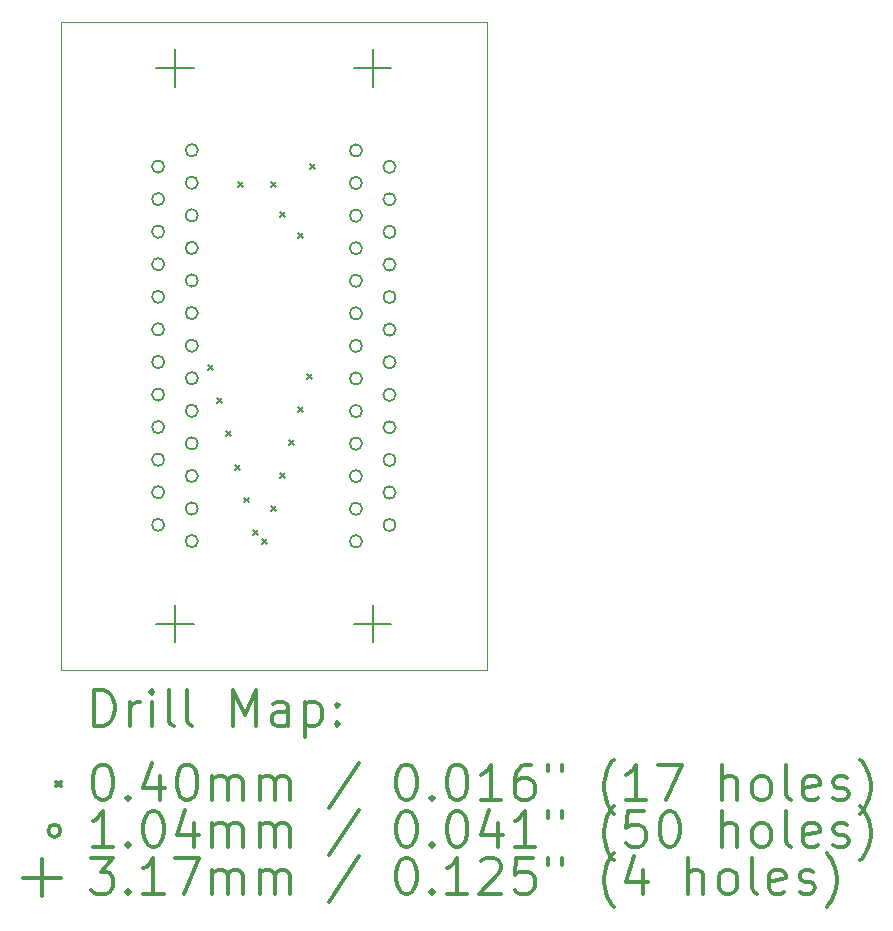
<source format=gbr>
%FSLAX45Y45*%
G04 Gerber Fmt 4.5, Leading zero omitted, Abs format (unit mm)*
G04 Created by KiCad (PCBNEW (5.1.6)-1) date 2022-02-09 07:42:02*
%MOMM*%
%LPD*%
G01*
G04 APERTURE LIST*
%TA.AperFunction,Profile*%
%ADD10C,0.050000*%
%TD*%
%ADD11C,0.200000*%
%ADD12C,0.300000*%
G04 APERTURE END LIST*
D10*
X10617200Y-12344400D02*
X10617200Y-6858000D01*
X14224000Y-12344400D02*
X10617200Y-12344400D01*
X14224000Y-6858000D02*
X14224000Y-12344400D01*
X10617200Y-6858000D02*
X14224000Y-6858000D01*
D11*
X11867200Y-9759000D02*
X11907200Y-9799000D01*
X11907200Y-9759000D02*
X11867200Y-9799000D01*
X11943400Y-10038400D02*
X11983400Y-10078400D01*
X11983400Y-10038400D02*
X11943400Y-10078400D01*
X12019600Y-10317800D02*
X12059600Y-10357800D01*
X12059600Y-10317800D02*
X12019600Y-10357800D01*
X12095800Y-10606576D02*
X12135800Y-10646576D01*
X12135800Y-10606576D02*
X12095800Y-10646576D01*
X12121200Y-8209600D02*
X12161200Y-8249600D01*
X12161200Y-8209600D02*
X12121200Y-8249600D01*
X12172000Y-10882376D02*
X12212000Y-10922376D01*
X12212000Y-10882376D02*
X12172000Y-10922376D01*
X12248200Y-11156000D02*
X12288200Y-11196000D01*
X12288200Y-11156000D02*
X12248200Y-11196000D01*
X12324400Y-11232200D02*
X12364400Y-11272200D01*
X12364400Y-11232200D02*
X12324400Y-11272200D01*
X12396900Y-10952800D02*
X12436900Y-10992800D01*
X12436900Y-10952800D02*
X12396900Y-10992800D01*
X12400600Y-8209600D02*
X12440600Y-8249600D01*
X12440600Y-8209600D02*
X12400600Y-8249600D01*
X12476800Y-8463600D02*
X12516800Y-8503600D01*
X12516800Y-8463600D02*
X12476800Y-8503600D01*
X12476800Y-10673400D02*
X12516800Y-10713400D01*
X12516800Y-10673400D02*
X12476800Y-10713400D01*
X12553000Y-10394000D02*
X12593000Y-10434000D01*
X12593000Y-10394000D02*
X12553000Y-10434000D01*
X12629200Y-8641400D02*
X12669200Y-8681400D01*
X12669200Y-8641400D02*
X12629200Y-8681400D01*
X12629200Y-10114600D02*
X12669200Y-10154600D01*
X12669200Y-10114600D02*
X12629200Y-10154600D01*
X12705400Y-9835200D02*
X12745400Y-9875200D01*
X12745400Y-9835200D02*
X12705400Y-9875200D01*
X12730800Y-8057200D02*
X12770800Y-8097200D01*
X12770800Y-8057200D02*
X12730800Y-8097200D01*
X11492758Y-8078976D02*
G75*
G03*
X11492758Y-8078976I-52050J0D01*
G01*
X11492758Y-8354776D02*
G75*
G03*
X11492758Y-8354776I-52050J0D01*
G01*
X11492758Y-8630576D02*
G75*
G03*
X11492758Y-8630576I-52050J0D01*
G01*
X11492758Y-8906376D02*
G75*
G03*
X11492758Y-8906376I-52050J0D01*
G01*
X11492758Y-9182176D02*
G75*
G03*
X11492758Y-9182176I-52050J0D01*
G01*
X11492758Y-9457976D02*
G75*
G03*
X11492758Y-9457976I-52050J0D01*
G01*
X11492758Y-9733776D02*
G75*
G03*
X11492758Y-9733776I-52050J0D01*
G01*
X11492758Y-10009576D02*
G75*
G03*
X11492758Y-10009576I-52050J0D01*
G01*
X11492758Y-10285376D02*
G75*
G03*
X11492758Y-10285376I-52050J0D01*
G01*
X11492758Y-10561176D02*
G75*
G03*
X11492758Y-10561176I-52050J0D01*
G01*
X11492758Y-10836976D02*
G75*
G03*
X11492758Y-10836976I-52050J0D01*
G01*
X11492758Y-11112776D02*
G75*
G03*
X11492758Y-11112776I-52050J0D01*
G01*
X11777258Y-7941076D02*
G75*
G03*
X11777258Y-7941076I-52050J0D01*
G01*
X11777258Y-8216876D02*
G75*
G03*
X11777258Y-8216876I-52050J0D01*
G01*
X11777258Y-8492676D02*
G75*
G03*
X11777258Y-8492676I-52050J0D01*
G01*
X11777258Y-8768476D02*
G75*
G03*
X11777258Y-8768476I-52050J0D01*
G01*
X11777258Y-9044276D02*
G75*
G03*
X11777258Y-9044276I-52050J0D01*
G01*
X11777258Y-9320076D02*
G75*
G03*
X11777258Y-9320076I-52050J0D01*
G01*
X11777258Y-9595876D02*
G75*
G03*
X11777258Y-9595876I-52050J0D01*
G01*
X11777258Y-9871676D02*
G75*
G03*
X11777258Y-9871676I-52050J0D01*
G01*
X11777258Y-10147476D02*
G75*
G03*
X11777258Y-10147476I-52050J0D01*
G01*
X11777258Y-10423276D02*
G75*
G03*
X11777258Y-10423276I-52050J0D01*
G01*
X11777258Y-10699076D02*
G75*
G03*
X11777258Y-10699076I-52050J0D01*
G01*
X11777258Y-10974876D02*
G75*
G03*
X11777258Y-10974876I-52050J0D01*
G01*
X11777258Y-11250676D02*
G75*
G03*
X11777258Y-11250676I-52050J0D01*
G01*
X13167280Y-7943068D02*
G75*
G03*
X13167280Y-7943068I-52050J0D01*
G01*
X13167280Y-8218868D02*
G75*
G03*
X13167280Y-8218868I-52050J0D01*
G01*
X13167280Y-8494668D02*
G75*
G03*
X13167280Y-8494668I-52050J0D01*
G01*
X13167280Y-8770468D02*
G75*
G03*
X13167280Y-8770468I-52050J0D01*
G01*
X13167280Y-9046268D02*
G75*
G03*
X13167280Y-9046268I-52050J0D01*
G01*
X13167280Y-9322068D02*
G75*
G03*
X13167280Y-9322068I-52050J0D01*
G01*
X13167280Y-9597868D02*
G75*
G03*
X13167280Y-9597868I-52050J0D01*
G01*
X13167280Y-9873668D02*
G75*
G03*
X13167280Y-9873668I-52050J0D01*
G01*
X13167280Y-10149468D02*
G75*
G03*
X13167280Y-10149468I-52050J0D01*
G01*
X13167280Y-10425268D02*
G75*
G03*
X13167280Y-10425268I-52050J0D01*
G01*
X13167280Y-10701068D02*
G75*
G03*
X13167280Y-10701068I-52050J0D01*
G01*
X13167280Y-10976868D02*
G75*
G03*
X13167280Y-10976868I-52050J0D01*
G01*
X13167280Y-11252668D02*
G75*
G03*
X13167280Y-11252668I-52050J0D01*
G01*
X13451780Y-8080968D02*
G75*
G03*
X13451780Y-8080968I-52050J0D01*
G01*
X13451780Y-8356768D02*
G75*
G03*
X13451780Y-8356768I-52050J0D01*
G01*
X13451780Y-8632568D02*
G75*
G03*
X13451780Y-8632568I-52050J0D01*
G01*
X13451780Y-8908368D02*
G75*
G03*
X13451780Y-8908368I-52050J0D01*
G01*
X13451780Y-9184168D02*
G75*
G03*
X13451780Y-9184168I-52050J0D01*
G01*
X13451780Y-9459968D02*
G75*
G03*
X13451780Y-9459968I-52050J0D01*
G01*
X13451780Y-9735768D02*
G75*
G03*
X13451780Y-9735768I-52050J0D01*
G01*
X13451780Y-10011568D02*
G75*
G03*
X13451780Y-10011568I-52050J0D01*
G01*
X13451780Y-10287368D02*
G75*
G03*
X13451780Y-10287368I-52050J0D01*
G01*
X13451780Y-10563168D02*
G75*
G03*
X13451780Y-10563168I-52050J0D01*
G01*
X13451780Y-10838968D02*
G75*
G03*
X13451780Y-10838968I-52050J0D01*
G01*
X13451780Y-11114768D02*
G75*
G03*
X13451780Y-11114768I-52050J0D01*
G01*
X11582908Y-7086326D02*
X11582908Y-7403826D01*
X11424158Y-7245076D02*
X11741658Y-7245076D01*
X11582908Y-11790426D02*
X11582908Y-12107926D01*
X11424158Y-11949176D02*
X11741658Y-11949176D01*
X13257530Y-7085818D02*
X13257530Y-7403318D01*
X13098780Y-7244568D02*
X13416280Y-7244568D01*
X13257530Y-11789918D02*
X13257530Y-12107418D01*
X13098780Y-11948668D02*
X13416280Y-11948668D01*
D12*
X10901128Y-12812614D02*
X10901128Y-12512614D01*
X10972557Y-12512614D01*
X11015414Y-12526900D01*
X11043986Y-12555471D01*
X11058271Y-12584043D01*
X11072557Y-12641186D01*
X11072557Y-12684043D01*
X11058271Y-12741186D01*
X11043986Y-12769757D01*
X11015414Y-12798329D01*
X10972557Y-12812614D01*
X10901128Y-12812614D01*
X11201128Y-12812614D02*
X11201128Y-12612614D01*
X11201128Y-12669757D02*
X11215414Y-12641186D01*
X11229700Y-12626900D01*
X11258271Y-12612614D01*
X11286843Y-12612614D01*
X11386843Y-12812614D02*
X11386843Y-12612614D01*
X11386843Y-12512614D02*
X11372557Y-12526900D01*
X11386843Y-12541186D01*
X11401128Y-12526900D01*
X11386843Y-12512614D01*
X11386843Y-12541186D01*
X11572557Y-12812614D02*
X11543986Y-12798329D01*
X11529700Y-12769757D01*
X11529700Y-12512614D01*
X11729700Y-12812614D02*
X11701128Y-12798329D01*
X11686843Y-12769757D01*
X11686843Y-12512614D01*
X12072557Y-12812614D02*
X12072557Y-12512614D01*
X12172557Y-12726900D01*
X12272557Y-12512614D01*
X12272557Y-12812614D01*
X12543986Y-12812614D02*
X12543986Y-12655471D01*
X12529700Y-12626900D01*
X12501128Y-12612614D01*
X12443986Y-12612614D01*
X12415414Y-12626900D01*
X12543986Y-12798329D02*
X12515414Y-12812614D01*
X12443986Y-12812614D01*
X12415414Y-12798329D01*
X12401128Y-12769757D01*
X12401128Y-12741186D01*
X12415414Y-12712614D01*
X12443986Y-12698329D01*
X12515414Y-12698329D01*
X12543986Y-12684043D01*
X12686843Y-12612614D02*
X12686843Y-12912614D01*
X12686843Y-12626900D02*
X12715414Y-12612614D01*
X12772557Y-12612614D01*
X12801128Y-12626900D01*
X12815414Y-12641186D01*
X12829700Y-12669757D01*
X12829700Y-12755471D01*
X12815414Y-12784043D01*
X12801128Y-12798329D01*
X12772557Y-12812614D01*
X12715414Y-12812614D01*
X12686843Y-12798329D01*
X12958271Y-12784043D02*
X12972557Y-12798329D01*
X12958271Y-12812614D01*
X12943986Y-12798329D01*
X12958271Y-12784043D01*
X12958271Y-12812614D01*
X12958271Y-12626900D02*
X12972557Y-12641186D01*
X12958271Y-12655471D01*
X12943986Y-12641186D01*
X12958271Y-12626900D01*
X12958271Y-12655471D01*
X10574700Y-13286900D02*
X10614700Y-13326900D01*
X10614700Y-13286900D02*
X10574700Y-13326900D01*
X10958271Y-13142614D02*
X10986843Y-13142614D01*
X11015414Y-13156900D01*
X11029700Y-13171186D01*
X11043986Y-13199757D01*
X11058271Y-13256900D01*
X11058271Y-13328329D01*
X11043986Y-13385471D01*
X11029700Y-13414043D01*
X11015414Y-13428329D01*
X10986843Y-13442614D01*
X10958271Y-13442614D01*
X10929700Y-13428329D01*
X10915414Y-13414043D01*
X10901128Y-13385471D01*
X10886843Y-13328329D01*
X10886843Y-13256900D01*
X10901128Y-13199757D01*
X10915414Y-13171186D01*
X10929700Y-13156900D01*
X10958271Y-13142614D01*
X11186843Y-13414043D02*
X11201128Y-13428329D01*
X11186843Y-13442614D01*
X11172557Y-13428329D01*
X11186843Y-13414043D01*
X11186843Y-13442614D01*
X11458271Y-13242614D02*
X11458271Y-13442614D01*
X11386843Y-13128329D02*
X11315414Y-13342614D01*
X11501128Y-13342614D01*
X11672557Y-13142614D02*
X11701128Y-13142614D01*
X11729700Y-13156900D01*
X11743986Y-13171186D01*
X11758271Y-13199757D01*
X11772557Y-13256900D01*
X11772557Y-13328329D01*
X11758271Y-13385471D01*
X11743986Y-13414043D01*
X11729700Y-13428329D01*
X11701128Y-13442614D01*
X11672557Y-13442614D01*
X11643986Y-13428329D01*
X11629700Y-13414043D01*
X11615414Y-13385471D01*
X11601128Y-13328329D01*
X11601128Y-13256900D01*
X11615414Y-13199757D01*
X11629700Y-13171186D01*
X11643986Y-13156900D01*
X11672557Y-13142614D01*
X11901128Y-13442614D02*
X11901128Y-13242614D01*
X11901128Y-13271186D02*
X11915414Y-13256900D01*
X11943986Y-13242614D01*
X11986843Y-13242614D01*
X12015414Y-13256900D01*
X12029700Y-13285471D01*
X12029700Y-13442614D01*
X12029700Y-13285471D02*
X12043986Y-13256900D01*
X12072557Y-13242614D01*
X12115414Y-13242614D01*
X12143986Y-13256900D01*
X12158271Y-13285471D01*
X12158271Y-13442614D01*
X12301128Y-13442614D02*
X12301128Y-13242614D01*
X12301128Y-13271186D02*
X12315414Y-13256900D01*
X12343986Y-13242614D01*
X12386843Y-13242614D01*
X12415414Y-13256900D01*
X12429700Y-13285471D01*
X12429700Y-13442614D01*
X12429700Y-13285471D02*
X12443986Y-13256900D01*
X12472557Y-13242614D01*
X12515414Y-13242614D01*
X12543986Y-13256900D01*
X12558271Y-13285471D01*
X12558271Y-13442614D01*
X13143986Y-13128329D02*
X12886843Y-13514043D01*
X13529700Y-13142614D02*
X13558271Y-13142614D01*
X13586843Y-13156900D01*
X13601128Y-13171186D01*
X13615414Y-13199757D01*
X13629700Y-13256900D01*
X13629700Y-13328329D01*
X13615414Y-13385471D01*
X13601128Y-13414043D01*
X13586843Y-13428329D01*
X13558271Y-13442614D01*
X13529700Y-13442614D01*
X13501128Y-13428329D01*
X13486843Y-13414043D01*
X13472557Y-13385471D01*
X13458271Y-13328329D01*
X13458271Y-13256900D01*
X13472557Y-13199757D01*
X13486843Y-13171186D01*
X13501128Y-13156900D01*
X13529700Y-13142614D01*
X13758271Y-13414043D02*
X13772557Y-13428329D01*
X13758271Y-13442614D01*
X13743986Y-13428329D01*
X13758271Y-13414043D01*
X13758271Y-13442614D01*
X13958271Y-13142614D02*
X13986843Y-13142614D01*
X14015414Y-13156900D01*
X14029700Y-13171186D01*
X14043986Y-13199757D01*
X14058271Y-13256900D01*
X14058271Y-13328329D01*
X14043986Y-13385471D01*
X14029700Y-13414043D01*
X14015414Y-13428329D01*
X13986843Y-13442614D01*
X13958271Y-13442614D01*
X13929700Y-13428329D01*
X13915414Y-13414043D01*
X13901128Y-13385471D01*
X13886843Y-13328329D01*
X13886843Y-13256900D01*
X13901128Y-13199757D01*
X13915414Y-13171186D01*
X13929700Y-13156900D01*
X13958271Y-13142614D01*
X14343986Y-13442614D02*
X14172557Y-13442614D01*
X14258271Y-13442614D02*
X14258271Y-13142614D01*
X14229700Y-13185471D01*
X14201128Y-13214043D01*
X14172557Y-13228329D01*
X14601128Y-13142614D02*
X14543986Y-13142614D01*
X14515414Y-13156900D01*
X14501128Y-13171186D01*
X14472557Y-13214043D01*
X14458271Y-13271186D01*
X14458271Y-13385471D01*
X14472557Y-13414043D01*
X14486843Y-13428329D01*
X14515414Y-13442614D01*
X14572557Y-13442614D01*
X14601128Y-13428329D01*
X14615414Y-13414043D01*
X14629700Y-13385471D01*
X14629700Y-13314043D01*
X14615414Y-13285471D01*
X14601128Y-13271186D01*
X14572557Y-13256900D01*
X14515414Y-13256900D01*
X14486843Y-13271186D01*
X14472557Y-13285471D01*
X14458271Y-13314043D01*
X14743986Y-13142614D02*
X14743986Y-13199757D01*
X14858271Y-13142614D02*
X14858271Y-13199757D01*
X15301128Y-13556900D02*
X15286843Y-13542614D01*
X15258271Y-13499757D01*
X15243986Y-13471186D01*
X15229700Y-13428329D01*
X15215414Y-13356900D01*
X15215414Y-13299757D01*
X15229700Y-13228329D01*
X15243986Y-13185471D01*
X15258271Y-13156900D01*
X15286843Y-13114043D01*
X15301128Y-13099757D01*
X15572557Y-13442614D02*
X15401128Y-13442614D01*
X15486843Y-13442614D02*
X15486843Y-13142614D01*
X15458271Y-13185471D01*
X15429700Y-13214043D01*
X15401128Y-13228329D01*
X15672557Y-13142614D02*
X15872557Y-13142614D01*
X15743986Y-13442614D01*
X16215414Y-13442614D02*
X16215414Y-13142614D01*
X16343986Y-13442614D02*
X16343986Y-13285471D01*
X16329700Y-13256900D01*
X16301128Y-13242614D01*
X16258271Y-13242614D01*
X16229700Y-13256900D01*
X16215414Y-13271186D01*
X16529700Y-13442614D02*
X16501128Y-13428329D01*
X16486843Y-13414043D01*
X16472557Y-13385471D01*
X16472557Y-13299757D01*
X16486843Y-13271186D01*
X16501128Y-13256900D01*
X16529700Y-13242614D01*
X16572557Y-13242614D01*
X16601128Y-13256900D01*
X16615414Y-13271186D01*
X16629700Y-13299757D01*
X16629700Y-13385471D01*
X16615414Y-13414043D01*
X16601128Y-13428329D01*
X16572557Y-13442614D01*
X16529700Y-13442614D01*
X16801128Y-13442614D02*
X16772557Y-13428329D01*
X16758271Y-13399757D01*
X16758271Y-13142614D01*
X17029700Y-13428329D02*
X17001128Y-13442614D01*
X16943986Y-13442614D01*
X16915414Y-13428329D01*
X16901128Y-13399757D01*
X16901128Y-13285471D01*
X16915414Y-13256900D01*
X16943986Y-13242614D01*
X17001128Y-13242614D01*
X17029700Y-13256900D01*
X17043986Y-13285471D01*
X17043986Y-13314043D01*
X16901128Y-13342614D01*
X17158271Y-13428329D02*
X17186843Y-13442614D01*
X17243986Y-13442614D01*
X17272557Y-13428329D01*
X17286843Y-13399757D01*
X17286843Y-13385471D01*
X17272557Y-13356900D01*
X17243986Y-13342614D01*
X17201128Y-13342614D01*
X17172557Y-13328329D01*
X17158271Y-13299757D01*
X17158271Y-13285471D01*
X17172557Y-13256900D01*
X17201128Y-13242614D01*
X17243986Y-13242614D01*
X17272557Y-13256900D01*
X17386843Y-13556900D02*
X17401128Y-13542614D01*
X17429700Y-13499757D01*
X17443986Y-13471186D01*
X17458271Y-13428329D01*
X17472557Y-13356900D01*
X17472557Y-13299757D01*
X17458271Y-13228329D01*
X17443986Y-13185471D01*
X17429700Y-13156900D01*
X17401128Y-13114043D01*
X17386843Y-13099757D01*
X10614700Y-13702900D02*
G75*
G03*
X10614700Y-13702900I-52050J0D01*
G01*
X11058271Y-13838614D02*
X10886843Y-13838614D01*
X10972557Y-13838614D02*
X10972557Y-13538614D01*
X10943986Y-13581471D01*
X10915414Y-13610043D01*
X10886843Y-13624329D01*
X11186843Y-13810043D02*
X11201128Y-13824329D01*
X11186843Y-13838614D01*
X11172557Y-13824329D01*
X11186843Y-13810043D01*
X11186843Y-13838614D01*
X11386843Y-13538614D02*
X11415414Y-13538614D01*
X11443986Y-13552900D01*
X11458271Y-13567186D01*
X11472557Y-13595757D01*
X11486843Y-13652900D01*
X11486843Y-13724329D01*
X11472557Y-13781471D01*
X11458271Y-13810043D01*
X11443986Y-13824329D01*
X11415414Y-13838614D01*
X11386843Y-13838614D01*
X11358271Y-13824329D01*
X11343986Y-13810043D01*
X11329700Y-13781471D01*
X11315414Y-13724329D01*
X11315414Y-13652900D01*
X11329700Y-13595757D01*
X11343986Y-13567186D01*
X11358271Y-13552900D01*
X11386843Y-13538614D01*
X11743986Y-13638614D02*
X11743986Y-13838614D01*
X11672557Y-13524329D02*
X11601128Y-13738614D01*
X11786843Y-13738614D01*
X11901128Y-13838614D02*
X11901128Y-13638614D01*
X11901128Y-13667186D02*
X11915414Y-13652900D01*
X11943986Y-13638614D01*
X11986843Y-13638614D01*
X12015414Y-13652900D01*
X12029700Y-13681471D01*
X12029700Y-13838614D01*
X12029700Y-13681471D02*
X12043986Y-13652900D01*
X12072557Y-13638614D01*
X12115414Y-13638614D01*
X12143986Y-13652900D01*
X12158271Y-13681471D01*
X12158271Y-13838614D01*
X12301128Y-13838614D02*
X12301128Y-13638614D01*
X12301128Y-13667186D02*
X12315414Y-13652900D01*
X12343986Y-13638614D01*
X12386843Y-13638614D01*
X12415414Y-13652900D01*
X12429700Y-13681471D01*
X12429700Y-13838614D01*
X12429700Y-13681471D02*
X12443986Y-13652900D01*
X12472557Y-13638614D01*
X12515414Y-13638614D01*
X12543986Y-13652900D01*
X12558271Y-13681471D01*
X12558271Y-13838614D01*
X13143986Y-13524329D02*
X12886843Y-13910043D01*
X13529700Y-13538614D02*
X13558271Y-13538614D01*
X13586843Y-13552900D01*
X13601128Y-13567186D01*
X13615414Y-13595757D01*
X13629700Y-13652900D01*
X13629700Y-13724329D01*
X13615414Y-13781471D01*
X13601128Y-13810043D01*
X13586843Y-13824329D01*
X13558271Y-13838614D01*
X13529700Y-13838614D01*
X13501128Y-13824329D01*
X13486843Y-13810043D01*
X13472557Y-13781471D01*
X13458271Y-13724329D01*
X13458271Y-13652900D01*
X13472557Y-13595757D01*
X13486843Y-13567186D01*
X13501128Y-13552900D01*
X13529700Y-13538614D01*
X13758271Y-13810043D02*
X13772557Y-13824329D01*
X13758271Y-13838614D01*
X13743986Y-13824329D01*
X13758271Y-13810043D01*
X13758271Y-13838614D01*
X13958271Y-13538614D02*
X13986843Y-13538614D01*
X14015414Y-13552900D01*
X14029700Y-13567186D01*
X14043986Y-13595757D01*
X14058271Y-13652900D01*
X14058271Y-13724329D01*
X14043986Y-13781471D01*
X14029700Y-13810043D01*
X14015414Y-13824329D01*
X13986843Y-13838614D01*
X13958271Y-13838614D01*
X13929700Y-13824329D01*
X13915414Y-13810043D01*
X13901128Y-13781471D01*
X13886843Y-13724329D01*
X13886843Y-13652900D01*
X13901128Y-13595757D01*
X13915414Y-13567186D01*
X13929700Y-13552900D01*
X13958271Y-13538614D01*
X14315414Y-13638614D02*
X14315414Y-13838614D01*
X14243986Y-13524329D02*
X14172557Y-13738614D01*
X14358271Y-13738614D01*
X14629700Y-13838614D02*
X14458271Y-13838614D01*
X14543986Y-13838614D02*
X14543986Y-13538614D01*
X14515414Y-13581471D01*
X14486843Y-13610043D01*
X14458271Y-13624329D01*
X14743986Y-13538614D02*
X14743986Y-13595757D01*
X14858271Y-13538614D02*
X14858271Y-13595757D01*
X15301128Y-13952900D02*
X15286843Y-13938614D01*
X15258271Y-13895757D01*
X15243986Y-13867186D01*
X15229700Y-13824329D01*
X15215414Y-13752900D01*
X15215414Y-13695757D01*
X15229700Y-13624329D01*
X15243986Y-13581471D01*
X15258271Y-13552900D01*
X15286843Y-13510043D01*
X15301128Y-13495757D01*
X15558271Y-13538614D02*
X15415414Y-13538614D01*
X15401128Y-13681471D01*
X15415414Y-13667186D01*
X15443986Y-13652900D01*
X15515414Y-13652900D01*
X15543986Y-13667186D01*
X15558271Y-13681471D01*
X15572557Y-13710043D01*
X15572557Y-13781471D01*
X15558271Y-13810043D01*
X15543986Y-13824329D01*
X15515414Y-13838614D01*
X15443986Y-13838614D01*
X15415414Y-13824329D01*
X15401128Y-13810043D01*
X15758271Y-13538614D02*
X15786843Y-13538614D01*
X15815414Y-13552900D01*
X15829700Y-13567186D01*
X15843986Y-13595757D01*
X15858271Y-13652900D01*
X15858271Y-13724329D01*
X15843986Y-13781471D01*
X15829700Y-13810043D01*
X15815414Y-13824329D01*
X15786843Y-13838614D01*
X15758271Y-13838614D01*
X15729700Y-13824329D01*
X15715414Y-13810043D01*
X15701128Y-13781471D01*
X15686843Y-13724329D01*
X15686843Y-13652900D01*
X15701128Y-13595757D01*
X15715414Y-13567186D01*
X15729700Y-13552900D01*
X15758271Y-13538614D01*
X16215414Y-13838614D02*
X16215414Y-13538614D01*
X16343986Y-13838614D02*
X16343986Y-13681471D01*
X16329700Y-13652900D01*
X16301128Y-13638614D01*
X16258271Y-13638614D01*
X16229700Y-13652900D01*
X16215414Y-13667186D01*
X16529700Y-13838614D02*
X16501128Y-13824329D01*
X16486843Y-13810043D01*
X16472557Y-13781471D01*
X16472557Y-13695757D01*
X16486843Y-13667186D01*
X16501128Y-13652900D01*
X16529700Y-13638614D01*
X16572557Y-13638614D01*
X16601128Y-13652900D01*
X16615414Y-13667186D01*
X16629700Y-13695757D01*
X16629700Y-13781471D01*
X16615414Y-13810043D01*
X16601128Y-13824329D01*
X16572557Y-13838614D01*
X16529700Y-13838614D01*
X16801128Y-13838614D02*
X16772557Y-13824329D01*
X16758271Y-13795757D01*
X16758271Y-13538614D01*
X17029700Y-13824329D02*
X17001128Y-13838614D01*
X16943986Y-13838614D01*
X16915414Y-13824329D01*
X16901128Y-13795757D01*
X16901128Y-13681471D01*
X16915414Y-13652900D01*
X16943986Y-13638614D01*
X17001128Y-13638614D01*
X17029700Y-13652900D01*
X17043986Y-13681471D01*
X17043986Y-13710043D01*
X16901128Y-13738614D01*
X17158271Y-13824329D02*
X17186843Y-13838614D01*
X17243986Y-13838614D01*
X17272557Y-13824329D01*
X17286843Y-13795757D01*
X17286843Y-13781471D01*
X17272557Y-13752900D01*
X17243986Y-13738614D01*
X17201128Y-13738614D01*
X17172557Y-13724329D01*
X17158271Y-13695757D01*
X17158271Y-13681471D01*
X17172557Y-13652900D01*
X17201128Y-13638614D01*
X17243986Y-13638614D01*
X17272557Y-13652900D01*
X17386843Y-13952900D02*
X17401128Y-13938614D01*
X17429700Y-13895757D01*
X17443986Y-13867186D01*
X17458271Y-13824329D01*
X17472557Y-13752900D01*
X17472557Y-13695757D01*
X17458271Y-13624329D01*
X17443986Y-13581471D01*
X17429700Y-13552900D01*
X17401128Y-13510043D01*
X17386843Y-13495757D01*
X10455950Y-13940150D02*
X10455950Y-14257650D01*
X10297200Y-14098900D02*
X10614700Y-14098900D01*
X10872557Y-13934614D02*
X11058271Y-13934614D01*
X10958271Y-14048900D01*
X11001128Y-14048900D01*
X11029700Y-14063186D01*
X11043986Y-14077471D01*
X11058271Y-14106043D01*
X11058271Y-14177471D01*
X11043986Y-14206043D01*
X11029700Y-14220329D01*
X11001128Y-14234614D01*
X10915414Y-14234614D01*
X10886843Y-14220329D01*
X10872557Y-14206043D01*
X11186843Y-14206043D02*
X11201128Y-14220329D01*
X11186843Y-14234614D01*
X11172557Y-14220329D01*
X11186843Y-14206043D01*
X11186843Y-14234614D01*
X11486843Y-14234614D02*
X11315414Y-14234614D01*
X11401128Y-14234614D02*
X11401128Y-13934614D01*
X11372557Y-13977471D01*
X11343986Y-14006043D01*
X11315414Y-14020329D01*
X11586843Y-13934614D02*
X11786843Y-13934614D01*
X11658271Y-14234614D01*
X11901128Y-14234614D02*
X11901128Y-14034614D01*
X11901128Y-14063186D02*
X11915414Y-14048900D01*
X11943986Y-14034614D01*
X11986843Y-14034614D01*
X12015414Y-14048900D01*
X12029700Y-14077471D01*
X12029700Y-14234614D01*
X12029700Y-14077471D02*
X12043986Y-14048900D01*
X12072557Y-14034614D01*
X12115414Y-14034614D01*
X12143986Y-14048900D01*
X12158271Y-14077471D01*
X12158271Y-14234614D01*
X12301128Y-14234614D02*
X12301128Y-14034614D01*
X12301128Y-14063186D02*
X12315414Y-14048900D01*
X12343986Y-14034614D01*
X12386843Y-14034614D01*
X12415414Y-14048900D01*
X12429700Y-14077471D01*
X12429700Y-14234614D01*
X12429700Y-14077471D02*
X12443986Y-14048900D01*
X12472557Y-14034614D01*
X12515414Y-14034614D01*
X12543986Y-14048900D01*
X12558271Y-14077471D01*
X12558271Y-14234614D01*
X13143986Y-13920329D02*
X12886843Y-14306043D01*
X13529700Y-13934614D02*
X13558271Y-13934614D01*
X13586843Y-13948900D01*
X13601128Y-13963186D01*
X13615414Y-13991757D01*
X13629700Y-14048900D01*
X13629700Y-14120329D01*
X13615414Y-14177471D01*
X13601128Y-14206043D01*
X13586843Y-14220329D01*
X13558271Y-14234614D01*
X13529700Y-14234614D01*
X13501128Y-14220329D01*
X13486843Y-14206043D01*
X13472557Y-14177471D01*
X13458271Y-14120329D01*
X13458271Y-14048900D01*
X13472557Y-13991757D01*
X13486843Y-13963186D01*
X13501128Y-13948900D01*
X13529700Y-13934614D01*
X13758271Y-14206043D02*
X13772557Y-14220329D01*
X13758271Y-14234614D01*
X13743986Y-14220329D01*
X13758271Y-14206043D01*
X13758271Y-14234614D01*
X14058271Y-14234614D02*
X13886843Y-14234614D01*
X13972557Y-14234614D02*
X13972557Y-13934614D01*
X13943986Y-13977471D01*
X13915414Y-14006043D01*
X13886843Y-14020329D01*
X14172557Y-13963186D02*
X14186843Y-13948900D01*
X14215414Y-13934614D01*
X14286843Y-13934614D01*
X14315414Y-13948900D01*
X14329700Y-13963186D01*
X14343986Y-13991757D01*
X14343986Y-14020329D01*
X14329700Y-14063186D01*
X14158271Y-14234614D01*
X14343986Y-14234614D01*
X14615414Y-13934614D02*
X14472557Y-13934614D01*
X14458271Y-14077471D01*
X14472557Y-14063186D01*
X14501128Y-14048900D01*
X14572557Y-14048900D01*
X14601128Y-14063186D01*
X14615414Y-14077471D01*
X14629700Y-14106043D01*
X14629700Y-14177471D01*
X14615414Y-14206043D01*
X14601128Y-14220329D01*
X14572557Y-14234614D01*
X14501128Y-14234614D01*
X14472557Y-14220329D01*
X14458271Y-14206043D01*
X14743986Y-13934614D02*
X14743986Y-13991757D01*
X14858271Y-13934614D02*
X14858271Y-13991757D01*
X15301128Y-14348900D02*
X15286843Y-14334614D01*
X15258271Y-14291757D01*
X15243986Y-14263186D01*
X15229700Y-14220329D01*
X15215414Y-14148900D01*
X15215414Y-14091757D01*
X15229700Y-14020329D01*
X15243986Y-13977471D01*
X15258271Y-13948900D01*
X15286843Y-13906043D01*
X15301128Y-13891757D01*
X15543986Y-14034614D02*
X15543986Y-14234614D01*
X15472557Y-13920329D02*
X15401128Y-14134614D01*
X15586843Y-14134614D01*
X15929700Y-14234614D02*
X15929700Y-13934614D01*
X16058271Y-14234614D02*
X16058271Y-14077471D01*
X16043986Y-14048900D01*
X16015414Y-14034614D01*
X15972557Y-14034614D01*
X15943986Y-14048900D01*
X15929700Y-14063186D01*
X16243986Y-14234614D02*
X16215414Y-14220329D01*
X16201128Y-14206043D01*
X16186843Y-14177471D01*
X16186843Y-14091757D01*
X16201128Y-14063186D01*
X16215414Y-14048900D01*
X16243986Y-14034614D01*
X16286843Y-14034614D01*
X16315414Y-14048900D01*
X16329700Y-14063186D01*
X16343986Y-14091757D01*
X16343986Y-14177471D01*
X16329700Y-14206043D01*
X16315414Y-14220329D01*
X16286843Y-14234614D01*
X16243986Y-14234614D01*
X16515414Y-14234614D02*
X16486843Y-14220329D01*
X16472557Y-14191757D01*
X16472557Y-13934614D01*
X16743986Y-14220329D02*
X16715414Y-14234614D01*
X16658271Y-14234614D01*
X16629700Y-14220329D01*
X16615414Y-14191757D01*
X16615414Y-14077471D01*
X16629700Y-14048900D01*
X16658271Y-14034614D01*
X16715414Y-14034614D01*
X16743986Y-14048900D01*
X16758271Y-14077471D01*
X16758271Y-14106043D01*
X16615414Y-14134614D01*
X16872557Y-14220329D02*
X16901128Y-14234614D01*
X16958271Y-14234614D01*
X16986843Y-14220329D01*
X17001128Y-14191757D01*
X17001128Y-14177471D01*
X16986843Y-14148900D01*
X16958271Y-14134614D01*
X16915414Y-14134614D01*
X16886843Y-14120329D01*
X16872557Y-14091757D01*
X16872557Y-14077471D01*
X16886843Y-14048900D01*
X16915414Y-14034614D01*
X16958271Y-14034614D01*
X16986843Y-14048900D01*
X17101128Y-14348900D02*
X17115414Y-14334614D01*
X17143986Y-14291757D01*
X17158271Y-14263186D01*
X17172557Y-14220329D01*
X17186843Y-14148900D01*
X17186843Y-14091757D01*
X17172557Y-14020329D01*
X17158271Y-13977471D01*
X17143986Y-13948900D01*
X17115414Y-13906043D01*
X17101128Y-13891757D01*
M02*

</source>
